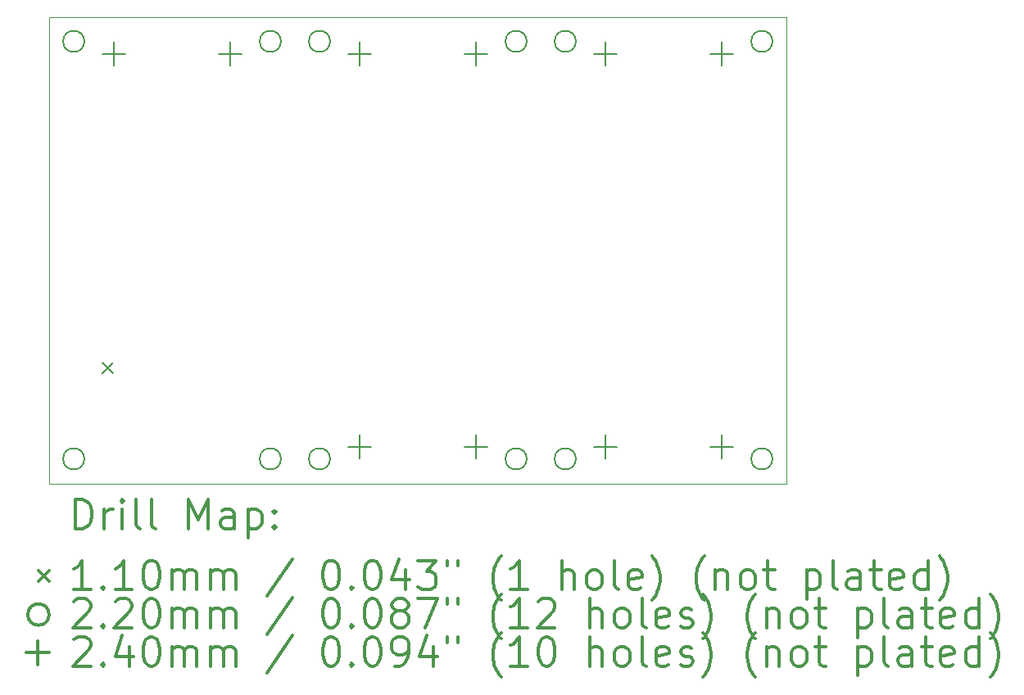
<source format=gbr>
%FSLAX45Y45*%
G04 Gerber Fmt 4.5, Leading zero omitted, Abs format (unit mm)*
G04 Created by KiCad (PCBNEW 4.0.4-stable) date 01/17/17 23:30:22*
%MOMM*%
%LPD*%
G01*
G04 APERTURE LIST*
%ADD10C,0.127000*%
%ADD11C,0.005000*%
%ADD12C,0.200000*%
%ADD13C,0.300000*%
G04 APERTURE END LIST*
D10*
D11*
X7620000Y-4826000D02*
X0Y-4826000D01*
X7620000Y0D02*
X0Y0D01*
X7620000Y0D02*
X7620000Y-4826000D01*
X0Y0D02*
X0Y-4826000D01*
D12*
X547000Y-3574000D02*
X657000Y-3684000D01*
X657000Y-3574000D02*
X547000Y-3684000D01*
X364000Y-254000D02*
G75*
G03X364000Y-254000I-110000J0D01*
G01*
X364000Y-4572000D02*
G75*
G03X364000Y-4572000I-110000J0D01*
G01*
X2396000Y-254000D02*
G75*
G03X2396000Y-254000I-110000J0D01*
G01*
X2396000Y-4572000D02*
G75*
G03X2396000Y-4572000I-110000J0D01*
G01*
X2904000Y-254000D02*
G75*
G03X2904000Y-254000I-110000J0D01*
G01*
X2904000Y-4572000D02*
G75*
G03X2904000Y-4572000I-110000J0D01*
G01*
X4936000Y-254000D02*
G75*
G03X4936000Y-254000I-110000J0D01*
G01*
X4936000Y-4572000D02*
G75*
G03X4936000Y-4572000I-110000J0D01*
G01*
X5444000Y-254000D02*
G75*
G03X5444000Y-254000I-110000J0D01*
G01*
X5444000Y-4572000D02*
G75*
G03X5444000Y-4572000I-110000J0D01*
G01*
X7476000Y-254000D02*
G75*
G03X7476000Y-254000I-110000J0D01*
G01*
X7476000Y-4572000D02*
G75*
G03X7476000Y-4572000I-110000J0D01*
G01*
X670000Y-261000D02*
X670000Y-501000D01*
X550000Y-381000D02*
X790000Y-381000D01*
X1870000Y-261000D02*
X1870000Y-501000D01*
X1750000Y-381000D02*
X1990000Y-381000D01*
X3210000Y-261000D02*
X3210000Y-501000D01*
X3090000Y-381000D02*
X3330000Y-381000D01*
X3210000Y-4325000D02*
X3210000Y-4565000D01*
X3090000Y-4445000D02*
X3330000Y-4445000D01*
X4410000Y-261000D02*
X4410000Y-501000D01*
X4290000Y-381000D02*
X4530000Y-381000D01*
X4410000Y-4325000D02*
X4410000Y-4565000D01*
X4290000Y-4445000D02*
X4530000Y-4445000D01*
X5750000Y-261000D02*
X5750000Y-501000D01*
X5630000Y-381000D02*
X5870000Y-381000D01*
X5750000Y-4325000D02*
X5750000Y-4565000D01*
X5630000Y-4445000D02*
X5870000Y-4445000D01*
X6950000Y-261000D02*
X6950000Y-501000D01*
X6830000Y-381000D02*
X7070000Y-381000D01*
X6950000Y-4325000D02*
X6950000Y-4565000D01*
X6830000Y-4445000D02*
X7070000Y-4445000D01*
D13*
X271179Y-5291964D02*
X271179Y-4991964D01*
X342607Y-4991964D01*
X385464Y-5006250D01*
X414036Y-5034822D01*
X428321Y-5063393D01*
X442607Y-5120536D01*
X442607Y-5163393D01*
X428321Y-5220536D01*
X414036Y-5249107D01*
X385464Y-5277679D01*
X342607Y-5291964D01*
X271179Y-5291964D01*
X571179Y-5291964D02*
X571179Y-5091964D01*
X571179Y-5149107D02*
X585464Y-5120536D01*
X599750Y-5106250D01*
X628321Y-5091964D01*
X656893Y-5091964D01*
X756893Y-5291964D02*
X756893Y-5091964D01*
X756893Y-4991964D02*
X742607Y-5006250D01*
X756893Y-5020536D01*
X771178Y-5006250D01*
X756893Y-4991964D01*
X756893Y-5020536D01*
X942607Y-5291964D02*
X914036Y-5277679D01*
X899750Y-5249107D01*
X899750Y-4991964D01*
X1099750Y-5291964D02*
X1071179Y-5277679D01*
X1056893Y-5249107D01*
X1056893Y-4991964D01*
X1442607Y-5291964D02*
X1442607Y-4991964D01*
X1542607Y-5206250D01*
X1642607Y-4991964D01*
X1642607Y-5291964D01*
X1914036Y-5291964D02*
X1914036Y-5134822D01*
X1899750Y-5106250D01*
X1871178Y-5091964D01*
X1814036Y-5091964D01*
X1785464Y-5106250D01*
X1914036Y-5277679D02*
X1885464Y-5291964D01*
X1814036Y-5291964D01*
X1785464Y-5277679D01*
X1771178Y-5249107D01*
X1771178Y-5220536D01*
X1785464Y-5191964D01*
X1814036Y-5177679D01*
X1885464Y-5177679D01*
X1914036Y-5163393D01*
X2056893Y-5091964D02*
X2056893Y-5391964D01*
X2056893Y-5106250D02*
X2085464Y-5091964D01*
X2142607Y-5091964D01*
X2171179Y-5106250D01*
X2185464Y-5120536D01*
X2199750Y-5149107D01*
X2199750Y-5234822D01*
X2185464Y-5263393D01*
X2171179Y-5277679D01*
X2142607Y-5291964D01*
X2085464Y-5291964D01*
X2056893Y-5277679D01*
X2328321Y-5263393D02*
X2342607Y-5277679D01*
X2328321Y-5291964D01*
X2314036Y-5277679D01*
X2328321Y-5263393D01*
X2328321Y-5291964D01*
X2328321Y-5106250D02*
X2342607Y-5120536D01*
X2328321Y-5134822D01*
X2314036Y-5120536D01*
X2328321Y-5106250D01*
X2328321Y-5134822D01*
X-110250Y-5731250D02*
X-250Y-5841250D01*
X-250Y-5731250D02*
X-110250Y-5841250D01*
X428321Y-5921964D02*
X256893Y-5921964D01*
X342607Y-5921964D02*
X342607Y-5621964D01*
X314036Y-5664821D01*
X285464Y-5693393D01*
X256893Y-5707679D01*
X556893Y-5893393D02*
X571179Y-5907679D01*
X556893Y-5921964D01*
X542607Y-5907679D01*
X556893Y-5893393D01*
X556893Y-5921964D01*
X856893Y-5921964D02*
X685464Y-5921964D01*
X771178Y-5921964D02*
X771178Y-5621964D01*
X742607Y-5664821D01*
X714036Y-5693393D01*
X685464Y-5707679D01*
X1042607Y-5621964D02*
X1071179Y-5621964D01*
X1099750Y-5636250D01*
X1114036Y-5650536D01*
X1128321Y-5679107D01*
X1142607Y-5736250D01*
X1142607Y-5807679D01*
X1128321Y-5864821D01*
X1114036Y-5893393D01*
X1099750Y-5907679D01*
X1071179Y-5921964D01*
X1042607Y-5921964D01*
X1014036Y-5907679D01*
X999750Y-5893393D01*
X985464Y-5864821D01*
X971178Y-5807679D01*
X971178Y-5736250D01*
X985464Y-5679107D01*
X999750Y-5650536D01*
X1014036Y-5636250D01*
X1042607Y-5621964D01*
X1271179Y-5921964D02*
X1271179Y-5721964D01*
X1271179Y-5750536D02*
X1285464Y-5736250D01*
X1314036Y-5721964D01*
X1356893Y-5721964D01*
X1385464Y-5736250D01*
X1399750Y-5764821D01*
X1399750Y-5921964D01*
X1399750Y-5764821D02*
X1414036Y-5736250D01*
X1442607Y-5721964D01*
X1485464Y-5721964D01*
X1514036Y-5736250D01*
X1528321Y-5764821D01*
X1528321Y-5921964D01*
X1671178Y-5921964D02*
X1671178Y-5721964D01*
X1671178Y-5750536D02*
X1685464Y-5736250D01*
X1714036Y-5721964D01*
X1756893Y-5721964D01*
X1785464Y-5736250D01*
X1799750Y-5764821D01*
X1799750Y-5921964D01*
X1799750Y-5764821D02*
X1814036Y-5736250D01*
X1842607Y-5721964D01*
X1885464Y-5721964D01*
X1914036Y-5736250D01*
X1928321Y-5764821D01*
X1928321Y-5921964D01*
X2514036Y-5607679D02*
X2256893Y-5993393D01*
X2899750Y-5621964D02*
X2928321Y-5621964D01*
X2956893Y-5636250D01*
X2971178Y-5650536D01*
X2985464Y-5679107D01*
X2999750Y-5736250D01*
X2999750Y-5807679D01*
X2985464Y-5864821D01*
X2971178Y-5893393D01*
X2956893Y-5907679D01*
X2928321Y-5921964D01*
X2899750Y-5921964D01*
X2871178Y-5907679D01*
X2856893Y-5893393D01*
X2842607Y-5864821D01*
X2828321Y-5807679D01*
X2828321Y-5736250D01*
X2842607Y-5679107D01*
X2856893Y-5650536D01*
X2871178Y-5636250D01*
X2899750Y-5621964D01*
X3128321Y-5893393D02*
X3142607Y-5907679D01*
X3128321Y-5921964D01*
X3114036Y-5907679D01*
X3128321Y-5893393D01*
X3128321Y-5921964D01*
X3328321Y-5621964D02*
X3356893Y-5621964D01*
X3385464Y-5636250D01*
X3399750Y-5650536D01*
X3414035Y-5679107D01*
X3428321Y-5736250D01*
X3428321Y-5807679D01*
X3414035Y-5864821D01*
X3399750Y-5893393D01*
X3385464Y-5907679D01*
X3356893Y-5921964D01*
X3328321Y-5921964D01*
X3299750Y-5907679D01*
X3285464Y-5893393D01*
X3271178Y-5864821D01*
X3256893Y-5807679D01*
X3256893Y-5736250D01*
X3271178Y-5679107D01*
X3285464Y-5650536D01*
X3299750Y-5636250D01*
X3328321Y-5621964D01*
X3685464Y-5721964D02*
X3685464Y-5921964D01*
X3614035Y-5607679D02*
X3542607Y-5821964D01*
X3728321Y-5821964D01*
X3814035Y-5621964D02*
X3999750Y-5621964D01*
X3899750Y-5736250D01*
X3942607Y-5736250D01*
X3971178Y-5750536D01*
X3985464Y-5764821D01*
X3999750Y-5793393D01*
X3999750Y-5864821D01*
X3985464Y-5893393D01*
X3971178Y-5907679D01*
X3942607Y-5921964D01*
X3856893Y-5921964D01*
X3828321Y-5907679D01*
X3814035Y-5893393D01*
X4114036Y-5621964D02*
X4114036Y-5679107D01*
X4228321Y-5621964D02*
X4228321Y-5679107D01*
X4671178Y-6036250D02*
X4656893Y-6021964D01*
X4628321Y-5979107D01*
X4614036Y-5950536D01*
X4599750Y-5907679D01*
X4585464Y-5836250D01*
X4585464Y-5779107D01*
X4599750Y-5707679D01*
X4614036Y-5664821D01*
X4628321Y-5636250D01*
X4656893Y-5593393D01*
X4671178Y-5579107D01*
X4942607Y-5921964D02*
X4771178Y-5921964D01*
X4856893Y-5921964D02*
X4856893Y-5621964D01*
X4828321Y-5664821D01*
X4799750Y-5693393D01*
X4771178Y-5707679D01*
X5299750Y-5921964D02*
X5299750Y-5621964D01*
X5428321Y-5921964D02*
X5428321Y-5764821D01*
X5414036Y-5736250D01*
X5385464Y-5721964D01*
X5342607Y-5721964D01*
X5314036Y-5736250D01*
X5299750Y-5750536D01*
X5614035Y-5921964D02*
X5585464Y-5907679D01*
X5571178Y-5893393D01*
X5556893Y-5864821D01*
X5556893Y-5779107D01*
X5571178Y-5750536D01*
X5585464Y-5736250D01*
X5614035Y-5721964D01*
X5656893Y-5721964D01*
X5685464Y-5736250D01*
X5699750Y-5750536D01*
X5714035Y-5779107D01*
X5714035Y-5864821D01*
X5699750Y-5893393D01*
X5685464Y-5907679D01*
X5656893Y-5921964D01*
X5614035Y-5921964D01*
X5885464Y-5921964D02*
X5856893Y-5907679D01*
X5842607Y-5879107D01*
X5842607Y-5621964D01*
X6114036Y-5907679D02*
X6085464Y-5921964D01*
X6028321Y-5921964D01*
X5999750Y-5907679D01*
X5985464Y-5879107D01*
X5985464Y-5764821D01*
X5999750Y-5736250D01*
X6028321Y-5721964D01*
X6085464Y-5721964D01*
X6114036Y-5736250D01*
X6128321Y-5764821D01*
X6128321Y-5793393D01*
X5985464Y-5821964D01*
X6228321Y-6036250D02*
X6242607Y-6021964D01*
X6271178Y-5979107D01*
X6285464Y-5950536D01*
X6299750Y-5907679D01*
X6314036Y-5836250D01*
X6314036Y-5779107D01*
X6299750Y-5707679D01*
X6285464Y-5664821D01*
X6271178Y-5636250D01*
X6242607Y-5593393D01*
X6228321Y-5579107D01*
X6771178Y-6036250D02*
X6756893Y-6021964D01*
X6728321Y-5979107D01*
X6714036Y-5950536D01*
X6699750Y-5907679D01*
X6685464Y-5836250D01*
X6685464Y-5779107D01*
X6699750Y-5707679D01*
X6714036Y-5664821D01*
X6728321Y-5636250D01*
X6756893Y-5593393D01*
X6771178Y-5579107D01*
X6885464Y-5721964D02*
X6885464Y-5921964D01*
X6885464Y-5750536D02*
X6899750Y-5736250D01*
X6928321Y-5721964D01*
X6971178Y-5721964D01*
X6999750Y-5736250D01*
X7014036Y-5764821D01*
X7014036Y-5921964D01*
X7199750Y-5921964D02*
X7171178Y-5907679D01*
X7156893Y-5893393D01*
X7142607Y-5864821D01*
X7142607Y-5779107D01*
X7156893Y-5750536D01*
X7171178Y-5736250D01*
X7199750Y-5721964D01*
X7242607Y-5721964D01*
X7271178Y-5736250D01*
X7285464Y-5750536D01*
X7299750Y-5779107D01*
X7299750Y-5864821D01*
X7285464Y-5893393D01*
X7271178Y-5907679D01*
X7242607Y-5921964D01*
X7199750Y-5921964D01*
X7385464Y-5721964D02*
X7499750Y-5721964D01*
X7428321Y-5621964D02*
X7428321Y-5879107D01*
X7442607Y-5907679D01*
X7471178Y-5921964D01*
X7499750Y-5921964D01*
X7828321Y-5721964D02*
X7828321Y-6021964D01*
X7828321Y-5736250D02*
X7856893Y-5721964D01*
X7914036Y-5721964D01*
X7942607Y-5736250D01*
X7956893Y-5750536D01*
X7971178Y-5779107D01*
X7971178Y-5864821D01*
X7956893Y-5893393D01*
X7942607Y-5907679D01*
X7914036Y-5921964D01*
X7856893Y-5921964D01*
X7828321Y-5907679D01*
X8142607Y-5921964D02*
X8114036Y-5907679D01*
X8099750Y-5879107D01*
X8099750Y-5621964D01*
X8385464Y-5921964D02*
X8385464Y-5764821D01*
X8371179Y-5736250D01*
X8342607Y-5721964D01*
X8285464Y-5721964D01*
X8256893Y-5736250D01*
X8385464Y-5907679D02*
X8356893Y-5921964D01*
X8285464Y-5921964D01*
X8256893Y-5907679D01*
X8242607Y-5879107D01*
X8242607Y-5850536D01*
X8256893Y-5821964D01*
X8285464Y-5807679D01*
X8356893Y-5807679D01*
X8385464Y-5793393D01*
X8485464Y-5721964D02*
X8599750Y-5721964D01*
X8528322Y-5621964D02*
X8528322Y-5879107D01*
X8542607Y-5907679D01*
X8571179Y-5921964D01*
X8599750Y-5921964D01*
X8814036Y-5907679D02*
X8785464Y-5921964D01*
X8728322Y-5921964D01*
X8699750Y-5907679D01*
X8685464Y-5879107D01*
X8685464Y-5764821D01*
X8699750Y-5736250D01*
X8728322Y-5721964D01*
X8785464Y-5721964D01*
X8814036Y-5736250D01*
X8828322Y-5764821D01*
X8828322Y-5793393D01*
X8685464Y-5821964D01*
X9085464Y-5921964D02*
X9085464Y-5621964D01*
X9085464Y-5907679D02*
X9056893Y-5921964D01*
X8999750Y-5921964D01*
X8971179Y-5907679D01*
X8956893Y-5893393D01*
X8942607Y-5864821D01*
X8942607Y-5779107D01*
X8956893Y-5750536D01*
X8971179Y-5736250D01*
X8999750Y-5721964D01*
X9056893Y-5721964D01*
X9085464Y-5736250D01*
X9199750Y-6036250D02*
X9214036Y-6021964D01*
X9242607Y-5979107D01*
X9256893Y-5950536D01*
X9271179Y-5907679D01*
X9285464Y-5836250D01*
X9285464Y-5779107D01*
X9271179Y-5707679D01*
X9256893Y-5664821D01*
X9242607Y-5636250D01*
X9214036Y-5593393D01*
X9199750Y-5579107D01*
X-250Y-6182250D02*
G75*
G03X-250Y-6182250I-110000J0D01*
G01*
X256893Y-6046536D02*
X271179Y-6032250D01*
X299750Y-6017964D01*
X371178Y-6017964D01*
X399750Y-6032250D01*
X414036Y-6046536D01*
X428321Y-6075107D01*
X428321Y-6103679D01*
X414036Y-6146536D01*
X242607Y-6317964D01*
X428321Y-6317964D01*
X556893Y-6289393D02*
X571179Y-6303679D01*
X556893Y-6317964D01*
X542607Y-6303679D01*
X556893Y-6289393D01*
X556893Y-6317964D01*
X685464Y-6046536D02*
X699750Y-6032250D01*
X728321Y-6017964D01*
X799750Y-6017964D01*
X828321Y-6032250D01*
X842607Y-6046536D01*
X856893Y-6075107D01*
X856893Y-6103679D01*
X842607Y-6146536D01*
X671178Y-6317964D01*
X856893Y-6317964D01*
X1042607Y-6017964D02*
X1071179Y-6017964D01*
X1099750Y-6032250D01*
X1114036Y-6046536D01*
X1128321Y-6075107D01*
X1142607Y-6132250D01*
X1142607Y-6203679D01*
X1128321Y-6260821D01*
X1114036Y-6289393D01*
X1099750Y-6303679D01*
X1071179Y-6317964D01*
X1042607Y-6317964D01*
X1014036Y-6303679D01*
X999750Y-6289393D01*
X985464Y-6260821D01*
X971178Y-6203679D01*
X971178Y-6132250D01*
X985464Y-6075107D01*
X999750Y-6046536D01*
X1014036Y-6032250D01*
X1042607Y-6017964D01*
X1271179Y-6317964D02*
X1271179Y-6117964D01*
X1271179Y-6146536D02*
X1285464Y-6132250D01*
X1314036Y-6117964D01*
X1356893Y-6117964D01*
X1385464Y-6132250D01*
X1399750Y-6160821D01*
X1399750Y-6317964D01*
X1399750Y-6160821D02*
X1414036Y-6132250D01*
X1442607Y-6117964D01*
X1485464Y-6117964D01*
X1514036Y-6132250D01*
X1528321Y-6160821D01*
X1528321Y-6317964D01*
X1671178Y-6317964D02*
X1671178Y-6117964D01*
X1671178Y-6146536D02*
X1685464Y-6132250D01*
X1714036Y-6117964D01*
X1756893Y-6117964D01*
X1785464Y-6132250D01*
X1799750Y-6160821D01*
X1799750Y-6317964D01*
X1799750Y-6160821D02*
X1814036Y-6132250D01*
X1842607Y-6117964D01*
X1885464Y-6117964D01*
X1914036Y-6132250D01*
X1928321Y-6160821D01*
X1928321Y-6317964D01*
X2514036Y-6003679D02*
X2256893Y-6389393D01*
X2899750Y-6017964D02*
X2928321Y-6017964D01*
X2956893Y-6032250D01*
X2971178Y-6046536D01*
X2985464Y-6075107D01*
X2999750Y-6132250D01*
X2999750Y-6203679D01*
X2985464Y-6260821D01*
X2971178Y-6289393D01*
X2956893Y-6303679D01*
X2928321Y-6317964D01*
X2899750Y-6317964D01*
X2871178Y-6303679D01*
X2856893Y-6289393D01*
X2842607Y-6260821D01*
X2828321Y-6203679D01*
X2828321Y-6132250D01*
X2842607Y-6075107D01*
X2856893Y-6046536D01*
X2871178Y-6032250D01*
X2899750Y-6017964D01*
X3128321Y-6289393D02*
X3142607Y-6303679D01*
X3128321Y-6317964D01*
X3114036Y-6303679D01*
X3128321Y-6289393D01*
X3128321Y-6317964D01*
X3328321Y-6017964D02*
X3356893Y-6017964D01*
X3385464Y-6032250D01*
X3399750Y-6046536D01*
X3414035Y-6075107D01*
X3428321Y-6132250D01*
X3428321Y-6203679D01*
X3414035Y-6260821D01*
X3399750Y-6289393D01*
X3385464Y-6303679D01*
X3356893Y-6317964D01*
X3328321Y-6317964D01*
X3299750Y-6303679D01*
X3285464Y-6289393D01*
X3271178Y-6260821D01*
X3256893Y-6203679D01*
X3256893Y-6132250D01*
X3271178Y-6075107D01*
X3285464Y-6046536D01*
X3299750Y-6032250D01*
X3328321Y-6017964D01*
X3599750Y-6146536D02*
X3571178Y-6132250D01*
X3556893Y-6117964D01*
X3542607Y-6089393D01*
X3542607Y-6075107D01*
X3556893Y-6046536D01*
X3571178Y-6032250D01*
X3599750Y-6017964D01*
X3656893Y-6017964D01*
X3685464Y-6032250D01*
X3699750Y-6046536D01*
X3714035Y-6075107D01*
X3714035Y-6089393D01*
X3699750Y-6117964D01*
X3685464Y-6132250D01*
X3656893Y-6146536D01*
X3599750Y-6146536D01*
X3571178Y-6160821D01*
X3556893Y-6175107D01*
X3542607Y-6203679D01*
X3542607Y-6260821D01*
X3556893Y-6289393D01*
X3571178Y-6303679D01*
X3599750Y-6317964D01*
X3656893Y-6317964D01*
X3685464Y-6303679D01*
X3699750Y-6289393D01*
X3714035Y-6260821D01*
X3714035Y-6203679D01*
X3699750Y-6175107D01*
X3685464Y-6160821D01*
X3656893Y-6146536D01*
X3814035Y-6017964D02*
X4014035Y-6017964D01*
X3885464Y-6317964D01*
X4114036Y-6017964D02*
X4114036Y-6075107D01*
X4228321Y-6017964D02*
X4228321Y-6075107D01*
X4671178Y-6432250D02*
X4656893Y-6417964D01*
X4628321Y-6375107D01*
X4614036Y-6346536D01*
X4599750Y-6303679D01*
X4585464Y-6232250D01*
X4585464Y-6175107D01*
X4599750Y-6103679D01*
X4614036Y-6060821D01*
X4628321Y-6032250D01*
X4656893Y-5989393D01*
X4671178Y-5975107D01*
X4942607Y-6317964D02*
X4771178Y-6317964D01*
X4856893Y-6317964D02*
X4856893Y-6017964D01*
X4828321Y-6060821D01*
X4799750Y-6089393D01*
X4771178Y-6103679D01*
X5056893Y-6046536D02*
X5071178Y-6032250D01*
X5099750Y-6017964D01*
X5171178Y-6017964D01*
X5199750Y-6032250D01*
X5214036Y-6046536D01*
X5228321Y-6075107D01*
X5228321Y-6103679D01*
X5214036Y-6146536D01*
X5042607Y-6317964D01*
X5228321Y-6317964D01*
X5585464Y-6317964D02*
X5585464Y-6017964D01*
X5714035Y-6317964D02*
X5714035Y-6160821D01*
X5699750Y-6132250D01*
X5671178Y-6117964D01*
X5628321Y-6117964D01*
X5599750Y-6132250D01*
X5585464Y-6146536D01*
X5899750Y-6317964D02*
X5871178Y-6303679D01*
X5856893Y-6289393D01*
X5842607Y-6260821D01*
X5842607Y-6175107D01*
X5856893Y-6146536D01*
X5871178Y-6132250D01*
X5899750Y-6117964D01*
X5942607Y-6117964D01*
X5971178Y-6132250D01*
X5985464Y-6146536D01*
X5999750Y-6175107D01*
X5999750Y-6260821D01*
X5985464Y-6289393D01*
X5971178Y-6303679D01*
X5942607Y-6317964D01*
X5899750Y-6317964D01*
X6171178Y-6317964D02*
X6142607Y-6303679D01*
X6128321Y-6275107D01*
X6128321Y-6017964D01*
X6399750Y-6303679D02*
X6371178Y-6317964D01*
X6314036Y-6317964D01*
X6285464Y-6303679D01*
X6271178Y-6275107D01*
X6271178Y-6160821D01*
X6285464Y-6132250D01*
X6314036Y-6117964D01*
X6371178Y-6117964D01*
X6399750Y-6132250D01*
X6414036Y-6160821D01*
X6414036Y-6189393D01*
X6271178Y-6217964D01*
X6528321Y-6303679D02*
X6556893Y-6317964D01*
X6614036Y-6317964D01*
X6642607Y-6303679D01*
X6656893Y-6275107D01*
X6656893Y-6260821D01*
X6642607Y-6232250D01*
X6614036Y-6217964D01*
X6571178Y-6217964D01*
X6542607Y-6203679D01*
X6528321Y-6175107D01*
X6528321Y-6160821D01*
X6542607Y-6132250D01*
X6571178Y-6117964D01*
X6614036Y-6117964D01*
X6642607Y-6132250D01*
X6756893Y-6432250D02*
X6771178Y-6417964D01*
X6799750Y-6375107D01*
X6814036Y-6346536D01*
X6828321Y-6303679D01*
X6842607Y-6232250D01*
X6842607Y-6175107D01*
X6828321Y-6103679D01*
X6814036Y-6060821D01*
X6799750Y-6032250D01*
X6771178Y-5989393D01*
X6756893Y-5975107D01*
X7299750Y-6432250D02*
X7285464Y-6417964D01*
X7256893Y-6375107D01*
X7242607Y-6346536D01*
X7228321Y-6303679D01*
X7214036Y-6232250D01*
X7214036Y-6175107D01*
X7228321Y-6103679D01*
X7242607Y-6060821D01*
X7256893Y-6032250D01*
X7285464Y-5989393D01*
X7299750Y-5975107D01*
X7414036Y-6117964D02*
X7414036Y-6317964D01*
X7414036Y-6146536D02*
X7428321Y-6132250D01*
X7456893Y-6117964D01*
X7499750Y-6117964D01*
X7528321Y-6132250D01*
X7542607Y-6160821D01*
X7542607Y-6317964D01*
X7728321Y-6317964D02*
X7699750Y-6303679D01*
X7685464Y-6289393D01*
X7671178Y-6260821D01*
X7671178Y-6175107D01*
X7685464Y-6146536D01*
X7699750Y-6132250D01*
X7728321Y-6117964D01*
X7771178Y-6117964D01*
X7799750Y-6132250D01*
X7814036Y-6146536D01*
X7828321Y-6175107D01*
X7828321Y-6260821D01*
X7814036Y-6289393D01*
X7799750Y-6303679D01*
X7771178Y-6317964D01*
X7728321Y-6317964D01*
X7914036Y-6117964D02*
X8028321Y-6117964D01*
X7956893Y-6017964D02*
X7956893Y-6275107D01*
X7971178Y-6303679D01*
X7999750Y-6317964D01*
X8028321Y-6317964D01*
X8356893Y-6117964D02*
X8356893Y-6417964D01*
X8356893Y-6132250D02*
X8385464Y-6117964D01*
X8442607Y-6117964D01*
X8471179Y-6132250D01*
X8485464Y-6146536D01*
X8499750Y-6175107D01*
X8499750Y-6260821D01*
X8485464Y-6289393D01*
X8471179Y-6303679D01*
X8442607Y-6317964D01*
X8385464Y-6317964D01*
X8356893Y-6303679D01*
X8671179Y-6317964D02*
X8642607Y-6303679D01*
X8628321Y-6275107D01*
X8628321Y-6017964D01*
X8914036Y-6317964D02*
X8914036Y-6160821D01*
X8899750Y-6132250D01*
X8871179Y-6117964D01*
X8814036Y-6117964D01*
X8785464Y-6132250D01*
X8914036Y-6303679D02*
X8885464Y-6317964D01*
X8814036Y-6317964D01*
X8785464Y-6303679D01*
X8771179Y-6275107D01*
X8771179Y-6246536D01*
X8785464Y-6217964D01*
X8814036Y-6203679D01*
X8885464Y-6203679D01*
X8914036Y-6189393D01*
X9014036Y-6117964D02*
X9128321Y-6117964D01*
X9056893Y-6017964D02*
X9056893Y-6275107D01*
X9071179Y-6303679D01*
X9099750Y-6317964D01*
X9128321Y-6317964D01*
X9342607Y-6303679D02*
X9314036Y-6317964D01*
X9256893Y-6317964D01*
X9228322Y-6303679D01*
X9214036Y-6275107D01*
X9214036Y-6160821D01*
X9228322Y-6132250D01*
X9256893Y-6117964D01*
X9314036Y-6117964D01*
X9342607Y-6132250D01*
X9356893Y-6160821D01*
X9356893Y-6189393D01*
X9214036Y-6217964D01*
X9614036Y-6317964D02*
X9614036Y-6017964D01*
X9614036Y-6303679D02*
X9585464Y-6317964D01*
X9528322Y-6317964D01*
X9499750Y-6303679D01*
X9485464Y-6289393D01*
X9471179Y-6260821D01*
X9471179Y-6175107D01*
X9485464Y-6146536D01*
X9499750Y-6132250D01*
X9528322Y-6117964D01*
X9585464Y-6117964D01*
X9614036Y-6132250D01*
X9728322Y-6432250D02*
X9742607Y-6417964D01*
X9771179Y-6375107D01*
X9785464Y-6346536D01*
X9799750Y-6303679D01*
X9814036Y-6232250D01*
X9814036Y-6175107D01*
X9799750Y-6103679D01*
X9785464Y-6060821D01*
X9771179Y-6032250D01*
X9742607Y-5989393D01*
X9728322Y-5975107D01*
X-120250Y-6458250D02*
X-120250Y-6698250D01*
X-240250Y-6578250D02*
X-250Y-6578250D01*
X256893Y-6442536D02*
X271179Y-6428250D01*
X299750Y-6413964D01*
X371178Y-6413964D01*
X399750Y-6428250D01*
X414036Y-6442536D01*
X428321Y-6471107D01*
X428321Y-6499679D01*
X414036Y-6542536D01*
X242607Y-6713964D01*
X428321Y-6713964D01*
X556893Y-6685393D02*
X571179Y-6699679D01*
X556893Y-6713964D01*
X542607Y-6699679D01*
X556893Y-6685393D01*
X556893Y-6713964D01*
X828321Y-6513964D02*
X828321Y-6713964D01*
X756893Y-6399679D02*
X685464Y-6613964D01*
X871178Y-6613964D01*
X1042607Y-6413964D02*
X1071179Y-6413964D01*
X1099750Y-6428250D01*
X1114036Y-6442536D01*
X1128321Y-6471107D01*
X1142607Y-6528250D01*
X1142607Y-6599679D01*
X1128321Y-6656821D01*
X1114036Y-6685393D01*
X1099750Y-6699679D01*
X1071179Y-6713964D01*
X1042607Y-6713964D01*
X1014036Y-6699679D01*
X999750Y-6685393D01*
X985464Y-6656821D01*
X971178Y-6599679D01*
X971178Y-6528250D01*
X985464Y-6471107D01*
X999750Y-6442536D01*
X1014036Y-6428250D01*
X1042607Y-6413964D01*
X1271179Y-6713964D02*
X1271179Y-6513964D01*
X1271179Y-6542536D02*
X1285464Y-6528250D01*
X1314036Y-6513964D01*
X1356893Y-6513964D01*
X1385464Y-6528250D01*
X1399750Y-6556821D01*
X1399750Y-6713964D01*
X1399750Y-6556821D02*
X1414036Y-6528250D01*
X1442607Y-6513964D01*
X1485464Y-6513964D01*
X1514036Y-6528250D01*
X1528321Y-6556821D01*
X1528321Y-6713964D01*
X1671178Y-6713964D02*
X1671178Y-6513964D01*
X1671178Y-6542536D02*
X1685464Y-6528250D01*
X1714036Y-6513964D01*
X1756893Y-6513964D01*
X1785464Y-6528250D01*
X1799750Y-6556821D01*
X1799750Y-6713964D01*
X1799750Y-6556821D02*
X1814036Y-6528250D01*
X1842607Y-6513964D01*
X1885464Y-6513964D01*
X1914036Y-6528250D01*
X1928321Y-6556821D01*
X1928321Y-6713964D01*
X2514036Y-6399679D02*
X2256893Y-6785393D01*
X2899750Y-6413964D02*
X2928321Y-6413964D01*
X2956893Y-6428250D01*
X2971178Y-6442536D01*
X2985464Y-6471107D01*
X2999750Y-6528250D01*
X2999750Y-6599679D01*
X2985464Y-6656821D01*
X2971178Y-6685393D01*
X2956893Y-6699679D01*
X2928321Y-6713964D01*
X2899750Y-6713964D01*
X2871178Y-6699679D01*
X2856893Y-6685393D01*
X2842607Y-6656821D01*
X2828321Y-6599679D01*
X2828321Y-6528250D01*
X2842607Y-6471107D01*
X2856893Y-6442536D01*
X2871178Y-6428250D01*
X2899750Y-6413964D01*
X3128321Y-6685393D02*
X3142607Y-6699679D01*
X3128321Y-6713964D01*
X3114036Y-6699679D01*
X3128321Y-6685393D01*
X3128321Y-6713964D01*
X3328321Y-6413964D02*
X3356893Y-6413964D01*
X3385464Y-6428250D01*
X3399750Y-6442536D01*
X3414035Y-6471107D01*
X3428321Y-6528250D01*
X3428321Y-6599679D01*
X3414035Y-6656821D01*
X3399750Y-6685393D01*
X3385464Y-6699679D01*
X3356893Y-6713964D01*
X3328321Y-6713964D01*
X3299750Y-6699679D01*
X3285464Y-6685393D01*
X3271178Y-6656821D01*
X3256893Y-6599679D01*
X3256893Y-6528250D01*
X3271178Y-6471107D01*
X3285464Y-6442536D01*
X3299750Y-6428250D01*
X3328321Y-6413964D01*
X3571178Y-6713964D02*
X3628321Y-6713964D01*
X3656893Y-6699679D01*
X3671178Y-6685393D01*
X3699750Y-6642536D01*
X3714035Y-6585393D01*
X3714035Y-6471107D01*
X3699750Y-6442536D01*
X3685464Y-6428250D01*
X3656893Y-6413964D01*
X3599750Y-6413964D01*
X3571178Y-6428250D01*
X3556893Y-6442536D01*
X3542607Y-6471107D01*
X3542607Y-6542536D01*
X3556893Y-6571107D01*
X3571178Y-6585393D01*
X3599750Y-6599679D01*
X3656893Y-6599679D01*
X3685464Y-6585393D01*
X3699750Y-6571107D01*
X3714035Y-6542536D01*
X3971178Y-6513964D02*
X3971178Y-6713964D01*
X3899750Y-6399679D02*
X3828321Y-6613964D01*
X4014035Y-6613964D01*
X4114036Y-6413964D02*
X4114036Y-6471107D01*
X4228321Y-6413964D02*
X4228321Y-6471107D01*
X4671178Y-6828250D02*
X4656893Y-6813964D01*
X4628321Y-6771107D01*
X4614036Y-6742536D01*
X4599750Y-6699679D01*
X4585464Y-6628250D01*
X4585464Y-6571107D01*
X4599750Y-6499679D01*
X4614036Y-6456821D01*
X4628321Y-6428250D01*
X4656893Y-6385393D01*
X4671178Y-6371107D01*
X4942607Y-6713964D02*
X4771178Y-6713964D01*
X4856893Y-6713964D02*
X4856893Y-6413964D01*
X4828321Y-6456821D01*
X4799750Y-6485393D01*
X4771178Y-6499679D01*
X5128321Y-6413964D02*
X5156893Y-6413964D01*
X5185464Y-6428250D01*
X5199750Y-6442536D01*
X5214036Y-6471107D01*
X5228321Y-6528250D01*
X5228321Y-6599679D01*
X5214036Y-6656821D01*
X5199750Y-6685393D01*
X5185464Y-6699679D01*
X5156893Y-6713964D01*
X5128321Y-6713964D01*
X5099750Y-6699679D01*
X5085464Y-6685393D01*
X5071178Y-6656821D01*
X5056893Y-6599679D01*
X5056893Y-6528250D01*
X5071178Y-6471107D01*
X5085464Y-6442536D01*
X5099750Y-6428250D01*
X5128321Y-6413964D01*
X5585464Y-6713964D02*
X5585464Y-6413964D01*
X5714035Y-6713964D02*
X5714035Y-6556821D01*
X5699750Y-6528250D01*
X5671178Y-6513964D01*
X5628321Y-6513964D01*
X5599750Y-6528250D01*
X5585464Y-6542536D01*
X5899750Y-6713964D02*
X5871178Y-6699679D01*
X5856893Y-6685393D01*
X5842607Y-6656821D01*
X5842607Y-6571107D01*
X5856893Y-6542536D01*
X5871178Y-6528250D01*
X5899750Y-6513964D01*
X5942607Y-6513964D01*
X5971178Y-6528250D01*
X5985464Y-6542536D01*
X5999750Y-6571107D01*
X5999750Y-6656821D01*
X5985464Y-6685393D01*
X5971178Y-6699679D01*
X5942607Y-6713964D01*
X5899750Y-6713964D01*
X6171178Y-6713964D02*
X6142607Y-6699679D01*
X6128321Y-6671107D01*
X6128321Y-6413964D01*
X6399750Y-6699679D02*
X6371178Y-6713964D01*
X6314036Y-6713964D01*
X6285464Y-6699679D01*
X6271178Y-6671107D01*
X6271178Y-6556821D01*
X6285464Y-6528250D01*
X6314036Y-6513964D01*
X6371178Y-6513964D01*
X6399750Y-6528250D01*
X6414036Y-6556821D01*
X6414036Y-6585393D01*
X6271178Y-6613964D01*
X6528321Y-6699679D02*
X6556893Y-6713964D01*
X6614036Y-6713964D01*
X6642607Y-6699679D01*
X6656893Y-6671107D01*
X6656893Y-6656821D01*
X6642607Y-6628250D01*
X6614036Y-6613964D01*
X6571178Y-6613964D01*
X6542607Y-6599679D01*
X6528321Y-6571107D01*
X6528321Y-6556821D01*
X6542607Y-6528250D01*
X6571178Y-6513964D01*
X6614036Y-6513964D01*
X6642607Y-6528250D01*
X6756893Y-6828250D02*
X6771178Y-6813964D01*
X6799750Y-6771107D01*
X6814036Y-6742536D01*
X6828321Y-6699679D01*
X6842607Y-6628250D01*
X6842607Y-6571107D01*
X6828321Y-6499679D01*
X6814036Y-6456821D01*
X6799750Y-6428250D01*
X6771178Y-6385393D01*
X6756893Y-6371107D01*
X7299750Y-6828250D02*
X7285464Y-6813964D01*
X7256893Y-6771107D01*
X7242607Y-6742536D01*
X7228321Y-6699679D01*
X7214036Y-6628250D01*
X7214036Y-6571107D01*
X7228321Y-6499679D01*
X7242607Y-6456821D01*
X7256893Y-6428250D01*
X7285464Y-6385393D01*
X7299750Y-6371107D01*
X7414036Y-6513964D02*
X7414036Y-6713964D01*
X7414036Y-6542536D02*
X7428321Y-6528250D01*
X7456893Y-6513964D01*
X7499750Y-6513964D01*
X7528321Y-6528250D01*
X7542607Y-6556821D01*
X7542607Y-6713964D01*
X7728321Y-6713964D02*
X7699750Y-6699679D01*
X7685464Y-6685393D01*
X7671178Y-6656821D01*
X7671178Y-6571107D01*
X7685464Y-6542536D01*
X7699750Y-6528250D01*
X7728321Y-6513964D01*
X7771178Y-6513964D01*
X7799750Y-6528250D01*
X7814036Y-6542536D01*
X7828321Y-6571107D01*
X7828321Y-6656821D01*
X7814036Y-6685393D01*
X7799750Y-6699679D01*
X7771178Y-6713964D01*
X7728321Y-6713964D01*
X7914036Y-6513964D02*
X8028321Y-6513964D01*
X7956893Y-6413964D02*
X7956893Y-6671107D01*
X7971178Y-6699679D01*
X7999750Y-6713964D01*
X8028321Y-6713964D01*
X8356893Y-6513964D02*
X8356893Y-6813964D01*
X8356893Y-6528250D02*
X8385464Y-6513964D01*
X8442607Y-6513964D01*
X8471179Y-6528250D01*
X8485464Y-6542536D01*
X8499750Y-6571107D01*
X8499750Y-6656821D01*
X8485464Y-6685393D01*
X8471179Y-6699679D01*
X8442607Y-6713964D01*
X8385464Y-6713964D01*
X8356893Y-6699679D01*
X8671179Y-6713964D02*
X8642607Y-6699679D01*
X8628321Y-6671107D01*
X8628321Y-6413964D01*
X8914036Y-6713964D02*
X8914036Y-6556821D01*
X8899750Y-6528250D01*
X8871179Y-6513964D01*
X8814036Y-6513964D01*
X8785464Y-6528250D01*
X8914036Y-6699679D02*
X8885464Y-6713964D01*
X8814036Y-6713964D01*
X8785464Y-6699679D01*
X8771179Y-6671107D01*
X8771179Y-6642536D01*
X8785464Y-6613964D01*
X8814036Y-6599679D01*
X8885464Y-6599679D01*
X8914036Y-6585393D01*
X9014036Y-6513964D02*
X9128321Y-6513964D01*
X9056893Y-6413964D02*
X9056893Y-6671107D01*
X9071179Y-6699679D01*
X9099750Y-6713964D01*
X9128321Y-6713964D01*
X9342607Y-6699679D02*
X9314036Y-6713964D01*
X9256893Y-6713964D01*
X9228322Y-6699679D01*
X9214036Y-6671107D01*
X9214036Y-6556821D01*
X9228322Y-6528250D01*
X9256893Y-6513964D01*
X9314036Y-6513964D01*
X9342607Y-6528250D01*
X9356893Y-6556821D01*
X9356893Y-6585393D01*
X9214036Y-6613964D01*
X9614036Y-6713964D02*
X9614036Y-6413964D01*
X9614036Y-6699679D02*
X9585464Y-6713964D01*
X9528322Y-6713964D01*
X9499750Y-6699679D01*
X9485464Y-6685393D01*
X9471179Y-6656821D01*
X9471179Y-6571107D01*
X9485464Y-6542536D01*
X9499750Y-6528250D01*
X9528322Y-6513964D01*
X9585464Y-6513964D01*
X9614036Y-6528250D01*
X9728322Y-6828250D02*
X9742607Y-6813964D01*
X9771179Y-6771107D01*
X9785464Y-6742536D01*
X9799750Y-6699679D01*
X9814036Y-6628250D01*
X9814036Y-6571107D01*
X9799750Y-6499679D01*
X9785464Y-6456821D01*
X9771179Y-6428250D01*
X9742607Y-6385393D01*
X9728322Y-6371107D01*
M02*

</source>
